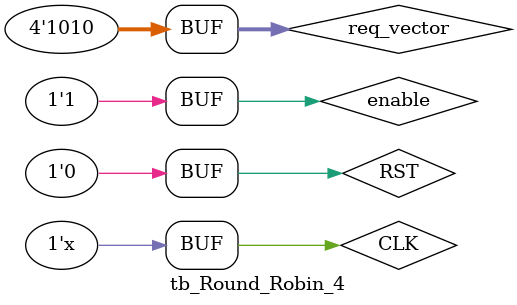
<source format=v>


`timescale 1ns/1ns

module tb_Round_Robin_4();
reg [3:0] req_vector;
reg CLK, RST, enable;
wire [3:0] grant_vector;

//Instanciating the dut
Round_Robin_4 dut(.grant_vector(grant_vector),.req_vector(req_vector),.enable(enable),.CLK(CLK),.RST(RST));

always #1 CLK<=~CLK;

initial begin
enable=0;
CLK=0;
RST=1;
#8;

RST=0;
enable=1;
#5
req_vector=4'b1111;
#7;
req_vector=4'b1010;
#7;
req_vector=4'b0000;
#10;
req_vector=4'b1001;
#184;


req_vector=4'b1111;
#7;
req_vector=4'b1010;
#9;
req_vector=4'b0000;
#9;
req_vector=4'b1011;
#187;

req_vector=4'b1111;
#7;
req_vector=4'b0010;
#7;
req_vector=4'b0000;
#10;
req_vector=4'b1010;
#189;

req_vector=4'b1111;
#7;
req_vector=4'b0010;
#9;
req_vector=4'b0000;
#10;
req_vector=4'b1010;
#7;

end
endmodule
</source>
